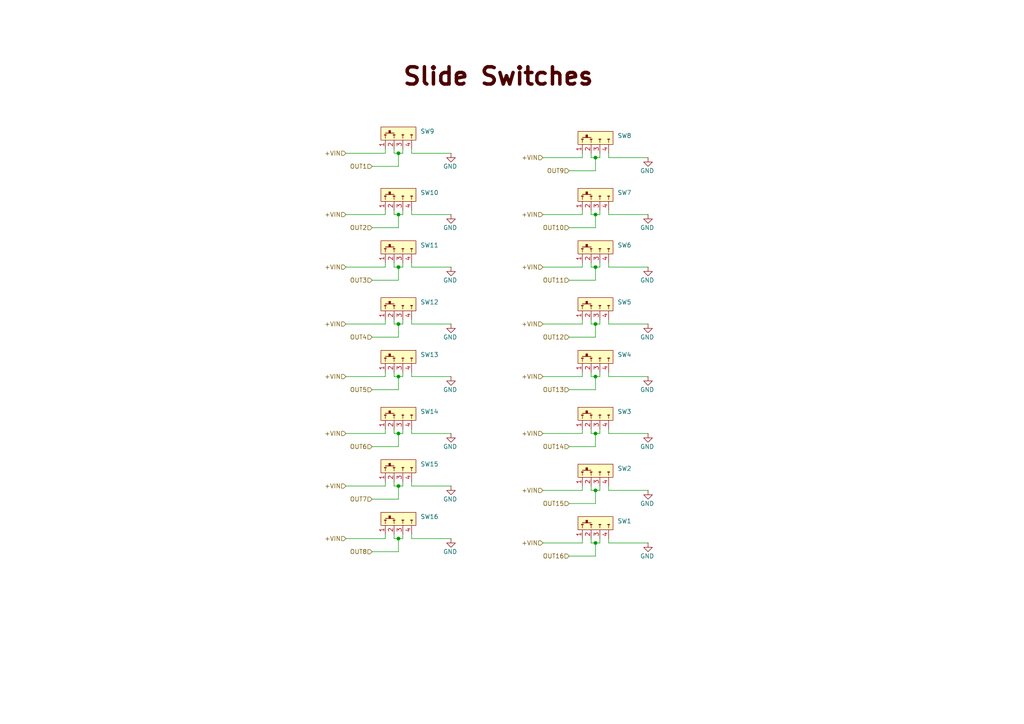
<source format=kicad_sch>
(kicad_sch (version 20250114) (generator "eeschema") (generator_version "9.0")
  (paper "A4")
  (title_block (title "Control Unit Tester") (date "2025-06-17") (comment 1 "Slide Switches"))
  (lib_symbols
    (symbol "My_Libraries:SLIDE_SWITCH_SP3T" (pin_names (hide yes))
      (property "Reference" "SW" (at -0.762 4.826 0))
      (symbol "SLIDE_SWITCH_SP3T_1_1"
        (rectangle (start -6.35 3.81) (end 3.81 0) (fill (type color) (color 255 255 194 1)))
        (polyline (pts (xy -5.08 2.032) (xy -2.54 2.032)) (stroke (width 0.2)))
        (polyline (pts (xy -5.08 0.508) (xy -5.08 1.524)))
        (polyline (pts (xy -4.826 1.524) (xy -5.334 1.524)) (stroke (width 0.3)))
        (polyline (pts (xy -4.064 2.032) (xy -4.064 2.794) (xy -3.556 2.794) (xy -3.556 2.032) (xy -4.064 2.032)) (fill (type outline)))
        (polyline (pts (xy -2.54 0.508) (xy -2.54 1.524)))
        (polyline (pts (xy -2.286 1.524) (xy -2.794 1.524)) (stroke (width 0.3)))
        (polyline (pts (xy 0 0.508) (xy 0 1.524)))
        (polyline (pts (xy 0.254 1.524) (xy -0.254 1.524)) (stroke (width 0.3)))
        (polyline (pts (xy 2.54 0.508) (xy 2.54 1.524)))
        (polyline (pts (xy 2.794 1.524) (xy 2.286 1.524)) (stroke (width 0.3)))
        (pin passive line (at -5.08 -2.54 90) (length 2.54) (name "1") (number "1"))
        (pin passive line (at -2.54 -2.54 90) (length 2.54) (name "2") (number "2"))
        (pin passive line (at 0 -2.54 90) (length 2.54) (name "3") (number "3"))
        (pin passive line (at 2.54 -2.54 90) (length 2.54) (name "4") (number "4"))
      )
    )
    (symbol "power:GND" (power) (pin_numbers (hide yes)) (pin_names (offset 0) (hide yes))
      (property "Value" "GND" (at 0 -3.81 0))
      (symbol "GND_0_1"
        (polyline (pts (xy 0 0) (xy 0 -1.27) (xy 1.27 -1.27) (xy 0 -2.54) (xy -1.27 -1.27) (xy 0 -1.27)))
      )
      (symbol "GND_1_1"
        (pin power_in line (at 0 0 270) (length 0) (name "~") (number "1"))
      )
    )
  )
  (text "Slide Switches" (at 144.526 22.352 0) (effects (font (size 5 5) (thickness 1) (bold yes))))
  (junction (at 115.57 77.47))
  (junction (at 115.57 140.97))
  (junction (at 172.72 77.47))
  (junction (at 115.57 156.21))
  (junction (at 172.72 109.22))
  (junction (at 115.57 62.23))
  (junction (at 115.57 93.98))
  (junction (at 172.72 142.24))
  (junction (at 172.72 62.23))
  (junction (at 172.72 125.73))
  (junction (at 172.72 45.72))
  (junction (at 115.57 125.73))
  (junction (at 115.57 109.22))
  (junction (at 172.72 157.48))
  (junction (at 172.72 93.98))
  (junction (at 115.57 44.45))
  (wire (pts (xy 171.45 124.46) (xy 171.45 125.73)))
  (wire (pts (xy 116.84 43.18) (xy 116.84 44.45)))
  (wire (pts (xy 115.57 62.23) (xy 116.84 62.23)))
  (wire (pts (xy 107.95 48.26) (xy 115.57 48.26)))
  (wire (pts (xy 173.99 156.21) (xy 173.99 157.48)))
  (wire (pts (xy 107.95 113.03) (xy 115.57 113.03)))
  (wire (pts (xy 172.72 157.48) (xy 172.72 161.29)))
  (wire (pts (xy 114.3 62.23) (xy 115.57 62.23)))
  (wire (pts (xy 165.1 81.28) (xy 172.72 81.28)))
  (wire (pts (xy 168.91 124.46) (xy 168.91 125.73)))
  (wire (pts (xy 111.76 154.94) (xy 111.76 156.21)))
  (wire (pts (xy 115.57 109.22) (xy 116.84 109.22)))
  (wire (pts (xy 119.38 77.47) (xy 130.81 77.47)))
  (wire (pts (xy 172.72 93.98) (xy 173.99 93.98)))
  (wire (pts (xy 114.3 44.45) (xy 115.57 44.45)))
  (wire (pts (xy 176.53 107.95) (xy 176.53 109.22)))
  (wire (pts (xy 173.99 140.97) (xy 173.99 142.24)))
  (wire (pts (xy 172.72 77.47) (xy 172.72 81.28)))
  (wire (pts (xy 171.45 93.98) (xy 172.72 93.98)))
  (wire (pts (xy 176.53 93.98) (xy 187.96 93.98)))
  (wire (pts (xy 100.33 44.45) (xy 111.76 44.45)))
  (wire (pts (xy 172.72 62.23) (xy 172.72 66.04)))
  (wire (pts (xy 171.45 92.71) (xy 171.45 93.98)))
  (wire (pts (xy 171.45 142.24) (xy 172.72 142.24)))
  (wire (pts (xy 176.53 76.2) (xy 176.53 77.47)))
  (wire (pts (xy 165.1 49.53) (xy 172.72 49.53)))
  (wire (pts (xy 173.99 44.45) (xy 173.99 45.72)))
  (wire (pts (xy 172.72 125.73) (xy 173.99 125.73)))
  (wire (pts (xy 176.53 45.72) (xy 187.96 45.72)))
  (wire (pts (xy 168.91 107.95) (xy 168.91 109.22)))
  (wire (pts (xy 173.99 124.46) (xy 173.99 125.73)))
  (wire (pts (xy 157.48 93.98) (xy 168.91 93.98)))
  (wire (pts (xy 115.57 125.73) (xy 115.57 129.54)))
  (wire (pts (xy 115.57 125.73) (xy 116.84 125.73)))
  (wire (pts (xy 173.99 107.95) (xy 173.99 109.22)))
  (wire (pts (xy 119.38 139.7) (xy 119.38 140.97)))
  (wire (pts (xy 171.45 60.96) (xy 171.45 62.23)))
  (wire (pts (xy 176.53 44.45) (xy 176.53 45.72)))
  (wire (pts (xy 116.84 139.7) (xy 116.84 140.97)))
  (wire (pts (xy 116.84 154.94) (xy 116.84 156.21)))
  (wire (pts (xy 116.84 124.46) (xy 116.84 125.73)))
  (wire (pts (xy 111.76 43.18) (xy 111.76 44.45)))
  (wire (pts (xy 171.45 157.48) (xy 172.72 157.48)))
  (wire (pts (xy 176.53 109.22) (xy 187.96 109.22)))
  (wire (pts (xy 168.91 92.71) (xy 168.91 93.98)))
  (wire (pts (xy 107.95 66.04) (xy 115.57 66.04)))
  (wire (pts (xy 114.3 139.7) (xy 114.3 140.97)))
  (wire (pts (xy 111.76 76.2) (xy 111.76 77.47)))
  (wire (pts (xy 173.99 76.2) (xy 173.99 77.47)))
  (wire (pts (xy 100.33 109.22) (xy 111.76 109.22)))
  (wire (pts (xy 119.38 60.96) (xy 119.38 62.23)))
  (wire (pts (xy 172.72 62.23) (xy 173.99 62.23)))
  (wire (pts (xy 176.53 62.23) (xy 187.96 62.23)))
  (wire (pts (xy 100.33 140.97) (xy 111.76 140.97)))
  (wire (pts (xy 115.57 62.23) (xy 115.57 66.04)))
  (wire (pts (xy 100.33 77.47) (xy 111.76 77.47)))
  (wire (pts (xy 114.3 77.47) (xy 115.57 77.47)))
  (wire (pts (xy 115.57 44.45) (xy 115.57 48.26)))
  (wire (pts (xy 107.95 144.78) (xy 115.57 144.78)))
  (wire (pts (xy 171.45 140.97) (xy 171.45 142.24)))
  (wire (pts (xy 119.38 156.21) (xy 130.81 156.21)))
  (wire (pts (xy 115.57 156.21) (xy 116.84 156.21)))
  (wire (pts (xy 165.1 146.05) (xy 172.72 146.05)))
  (wire (pts (xy 119.38 124.46) (xy 119.38 125.73)))
  (wire (pts (xy 119.38 43.18) (xy 119.38 44.45)))
  (wire (pts (xy 157.48 125.73) (xy 168.91 125.73)))
  (wire (pts (xy 157.48 109.22) (xy 168.91 109.22)))
  (wire (pts (xy 115.57 140.97) (xy 115.57 144.78)))
  (wire (pts (xy 172.72 45.72) (xy 172.72 49.53)))
  (wire (pts (xy 157.48 45.72) (xy 168.91 45.72)))
  (wire (pts (xy 171.45 109.22) (xy 172.72 109.22)))
  (wire (pts (xy 119.38 93.98) (xy 130.81 93.98)))
  (wire (pts (xy 111.76 60.96) (xy 111.76 62.23)))
  (wire (pts (xy 171.45 107.95) (xy 171.45 109.22)))
  (wire (pts (xy 176.53 125.73) (xy 187.96 125.73)))
  (wire (pts (xy 111.76 92.71) (xy 111.76 93.98)))
  (wire (pts (xy 114.3 92.71) (xy 114.3 93.98)))
  (wire (pts (xy 173.99 92.71) (xy 173.99 93.98)))
  (wire (pts (xy 171.45 125.73) (xy 172.72 125.73)))
  (wire (pts (xy 171.45 45.72) (xy 172.72 45.72)))
  (wire (pts (xy 172.72 45.72) (xy 173.99 45.72)))
  (wire (pts (xy 107.95 160.02) (xy 115.57 160.02)))
  (wire (pts (xy 116.84 92.71) (xy 116.84 93.98)))
  (wire (pts (xy 100.33 62.23) (xy 111.76 62.23)))
  (wire (pts (xy 172.72 77.47) (xy 173.99 77.47)))
  (wire (pts (xy 116.84 60.96) (xy 116.84 62.23)))
  (wire (pts (xy 116.84 76.2) (xy 116.84 77.47)))
  (wire (pts (xy 157.48 142.24) (xy 168.91 142.24)))
  (wire (pts (xy 172.72 109.22) (xy 172.72 113.03)))
  (wire (pts (xy 171.45 156.21) (xy 171.45 157.48)))
  (wire (pts (xy 114.3 124.46) (xy 114.3 125.73)))
  (wire (pts (xy 176.53 60.96) (xy 176.53 62.23)))
  (wire (pts (xy 119.38 62.23) (xy 130.81 62.23)))
  (wire (pts (xy 176.53 157.48) (xy 187.96 157.48)))
  (wire (pts (xy 107.95 81.28) (xy 115.57 81.28)))
  (wire (pts (xy 115.57 93.98) (xy 116.84 93.98)))
  (wire (pts (xy 119.38 154.94) (xy 119.38 156.21)))
  (wire (pts (xy 172.72 93.98) (xy 172.72 97.79)))
  (wire (pts (xy 100.33 93.98) (xy 111.76 93.98)))
  (wire (pts (xy 114.3 93.98) (xy 115.57 93.98)))
  (wire (pts (xy 119.38 125.73) (xy 130.81 125.73)))
  (wire (pts (xy 168.91 156.21) (xy 168.91 157.48)))
  (wire (pts (xy 168.91 60.96) (xy 168.91 62.23)))
  (wire (pts (xy 165.1 66.04) (xy 172.72 66.04)))
  (wire (pts (xy 115.57 77.47) (xy 116.84 77.47)))
  (wire (pts (xy 111.76 107.95) (xy 111.76 109.22)))
  (wire (pts (xy 165.1 129.54) (xy 172.72 129.54)))
  (wire (pts (xy 114.3 125.73) (xy 115.57 125.73)))
  (wire (pts (xy 115.57 109.22) (xy 115.57 113.03)))
  (wire (pts (xy 114.3 107.95) (xy 114.3 109.22)))
  (wire (pts (xy 168.91 44.45) (xy 168.91 45.72)))
  (wire (pts (xy 115.57 140.97) (xy 116.84 140.97)))
  (wire (pts (xy 165.1 113.03) (xy 172.72 113.03)))
  (wire (pts (xy 171.45 76.2) (xy 171.45 77.47)))
  (wire (pts (xy 172.72 109.22) (xy 173.99 109.22)))
  (wire (pts (xy 115.57 156.21) (xy 115.57 160.02)))
  (wire (pts (xy 107.95 129.54) (xy 115.57 129.54)))
  (wire (pts (xy 157.48 62.23) (xy 168.91 62.23)))
  (wire (pts (xy 172.72 125.73) (xy 172.72 129.54)))
  (wire (pts (xy 172.72 157.48) (xy 173.99 157.48)))
  (wire (pts (xy 171.45 77.47) (xy 172.72 77.47)))
  (wire (pts (xy 100.33 125.73) (xy 111.76 125.73)))
  (wire (pts (xy 119.38 140.97) (xy 130.81 140.97)))
  (wire (pts (xy 116.84 107.95) (xy 116.84 109.22)))
  (wire (pts (xy 115.57 93.98) (xy 115.57 97.79)))
  (wire (pts (xy 157.48 157.48) (xy 168.91 157.48)))
  (wire (pts (xy 114.3 156.21) (xy 115.57 156.21)))
  (wire (pts (xy 111.76 124.46) (xy 111.76 125.73)))
  (wire (pts (xy 119.38 107.95) (xy 119.38 109.22)))
  (wire (pts (xy 107.95 97.79) (xy 115.57 97.79)))
  (wire (pts (xy 111.76 139.7) (xy 111.76 140.97)))
  (wire (pts (xy 114.3 76.2) (xy 114.3 77.47)))
  (wire (pts (xy 173.99 60.96) (xy 173.99 62.23)))
  (wire (pts (xy 172.72 142.24) (xy 172.72 146.05)))
  (wire (pts (xy 176.53 142.24) (xy 187.96 142.24)))
  (wire (pts (xy 119.38 44.45) (xy 130.81 44.45)))
  (wire (pts (xy 119.38 76.2) (xy 119.38 77.47)))
  (wire (pts (xy 168.91 140.97) (xy 168.91 142.24)))
  (wire (pts (xy 119.38 109.22) (xy 130.81 109.22)))
  (wire (pts (xy 100.33 156.21) (xy 111.76 156.21)))
  (wire (pts (xy 176.53 156.21) (xy 176.53 157.48)))
  (wire (pts (xy 168.91 76.2) (xy 168.91 77.47)))
  (wire (pts (xy 114.3 109.22) (xy 115.57 109.22)))
  (wire (pts (xy 176.53 140.97) (xy 176.53 142.24)))
  (wire (pts (xy 114.3 60.96) (xy 114.3 62.23)))
  (wire (pts (xy 119.38 92.71) (xy 119.38 93.98)))
  (wire (pts (xy 165.1 97.79) (xy 172.72 97.79)))
  (wire (pts (xy 176.53 92.71) (xy 176.53 93.98)))
  (wire (pts (xy 115.57 77.47) (xy 115.57 81.28)))
  (wire (pts (xy 114.3 140.97) (xy 115.57 140.97)))
  (wire (pts (xy 172.72 142.24) (xy 173.99 142.24)))
  (wire (pts (xy 115.57 44.45) (xy 116.84 44.45)))
  (wire (pts (xy 114.3 154.94) (xy 114.3 156.21)))
  (wire (pts (xy 176.53 77.47) (xy 187.96 77.47)))
  (wire (pts (xy 114.3 43.18) (xy 114.3 44.45)))
  (wire (pts (xy 165.1 161.29) (xy 172.72 161.29)))
  (wire (pts (xy 171.45 62.23) (xy 172.72 62.23)))
  (wire (pts (xy 157.48 77.47) (xy 168.91 77.47)))
  (wire (pts (xy 176.53 124.46) (xy 176.53 125.73)))
  (wire (pts (xy 171.45 44.45) (xy 171.45 45.72)))
  (hierarchical_label "+VIN" (shape input) (at 157.48 157.48 180))
  (hierarchical_label "+VIN" (shape input) (at 157.48 77.47 180))
  (hierarchical_label "+VIN" (shape input) (at 157.48 125.73 180))
  (hierarchical_label "OUT5" (shape input) (at 107.95 113.03 180))
  (hierarchical_label "OUT15" (shape input) (at 165.1 146.05 180))
  (hierarchical_label "OUT7" (shape input) (at 107.95 144.78 180))
  (hierarchical_label "+VIN" (shape input) (at 100.33 62.23 180))
  (hierarchical_label "OUT12" (shape input) (at 165.1 97.79 180))
  (hierarchical_label "OUT1" (shape input) (at 107.95 48.26 180))
  (hierarchical_label "OUT9" (shape input) (at 165.1 49.53 180))
  (hierarchical_label "OUT16" (shape input) (at 165.1 161.29 180))
  (hierarchical_label "+VIN" (shape input) (at 157.48 109.22 180))
  (hierarchical_label "+VIN" (shape input) (at 100.33 44.45 180))
  (hierarchical_label "OUT6" (shape input) (at 107.95 129.54 180))
  (hierarchical_label "+VIN" (shape input) (at 100.33 156.21 180))
  (hierarchical_label "+VIN" (shape input) (at 100.33 109.22 180))
  (hierarchical_label "OUT4" (shape input) (at 107.95 97.79 180))
  (hierarchical_label "+VIN" (shape input) (at 100.33 140.97 180))
  (hierarchical_label "OUT13" (shape input) (at 165.1 113.03 180))
  (hierarchical_label "OUT11" (shape input) (at 165.1 81.28 180))
  (hierarchical_label "OUT8" (shape input) (at 107.95 160.02 180))
  (hierarchical_label "+VIN" (shape input) (at 157.48 93.98 180))
  (hierarchical_label "OUT10" (shape input) (at 165.1 66.04 180))
  (hierarchical_label "+VIN" (shape input) (at 100.33 93.98 180))
  (hierarchical_label "+VIN" (shape input) (at 100.33 77.47 180))
  (hierarchical_label "OUT2" (shape input) (at 107.95 66.04 180))
  (hierarchical_label "+VIN" (shape input) (at 100.33 125.73 180))
  (hierarchical_label "OUT3" (shape input) (at 107.95 81.28 180))
  (hierarchical_label "OUT14" (shape input) (at 165.1 129.54 180))
  (hierarchical_label "+VIN" (shape input) (at 157.48 142.24 180))
  (hierarchical_label "+VIN" (shape input) (at 157.48 45.72 180))
  (hierarchical_label "+VIN" (shape input) (at 157.48 62.23 180))
  (symbol (lib_id "power:GND") (at 130.81 156.21 0) (unit 1)
    (property "Reference" "#PWR0135" (effects (hide yes)))
    (property "Value" "GND" (at 130.556 160.02 0))
    (property "Description" "Power symbol creates a global label with name \"GND\" , ground" (effects (hide yes)))
    (instances (project "control_unit_tester" (path "" (reference "#PWR019") (unit 1))) (project "vehicle_io_validator" (path "" (reference "#PWR0135") (unit 1))))
  )
  (symbol (lib_id "power:GND") (at 130.81 125.73 0) (unit 1)
    (property "Reference" "#PWR0134" (effects (hide yes)))
    (property "Value" "GND" (at 130.556 129.54 0))
    (property "Description" "Power symbol creates a global label with name \"GND\" , ground" (effects (hide yes)))
    (instances (project "control_unit_tester" (path "" (reference "#PWR017") (unit 1))) (project "vehicle_io_validator" (path "" (reference "#PWR0134") (unit 1))))
  )
  (symbol (lib_id "My_Libraries:SLIDE_SWITCH_SP3T") (at 173.99 73.66 0) (unit 1)
    (property "Reference" "SW6" (at 179.07 71.1199 0) (effects (justify left)))
    (property "Footprint" "My_Footprints:SLW-156646-5A-N-D" (effects (hide yes)))
    (property "Description" "Slide switch 4 positions SP3T" (effects (hide yes)))
    (property "PartID" "999" (effects (hide yes)))
  )
  (symbol (lib_id "power:GND") (at 130.81 93.98 0) (unit 1)
    (property "Reference" "#PWR0138" (effects (hide yes)))
    (property "Value" "GND" (at 130.556 97.79 0))
    (property "Description" "Power symbol creates a global label with name \"GND\" , ground" (effects (hide yes)))
    (instances (project "control_unit_tester" (path "" (reference "#PWR015") (unit 1))) (project "vehicle_io_validator" (path "" (reference "#PWR0138") (unit 1))))
  )
  (symbol (lib_id "power:GND") (at 187.96 62.23 0) (unit 1)
    (property "Reference" "#PWR0154" (effects (hide yes)))
    (property "Value" "GND" (at 187.706 66.04 0))
    (property "Description" "Power symbol creates a global label with name \"GND\" , ground" (effects (hide yes)))
    (instances (project "control_unit_tester" (path "" (reference "#PWR021") (unit 1))) (project "vehicle_io_validator" (path "" (reference "#PWR0154") (unit 1))))
  )
  (symbol (lib_id "My_Libraries:SLIDE_SWITCH_SP3T") (at 173.99 58.42 0) (unit 1)
    (property "Reference" "SW7" (at 179.07 55.8799 0) (effects (justify left)))
    (property "Footprint" "My_Footprints:SLW-156646-5A-N-D" (effects (hide yes)))
    (property "Description" "Slide switch 4 positions SP3T" (effects (hide yes)))
    (property "PartID" "999" (effects (hide yes)))
  )
  (symbol (lib_id "power:GND") (at 187.96 157.48 0) (unit 1)
    (property "Reference" "#PWR0139" (effects (hide yes)))
    (property "Value" "GND" (at 187.706 161.29 0))
    (property "Description" "Power symbol creates a global label with name \"GND\" , ground" (effects (hide yes)))
    (instances (project "control_unit_tester" (path "" (reference "#PWR027") (unit 1))) (project "vehicle_io_validator" (path "" (reference "#PWR0139") (unit 1))))
  )
  (symbol (lib_id "power:GND") (at 130.81 62.23 0) (unit 1)
    (property "Reference" "#PWR0143" (effects (hide yes)))
    (property "Value" "GND" (at 130.556 66.04 0))
    (property "Description" "Power symbol creates a global label with name \"GND\" , ground" (effects (hide yes)))
    (instances (project "control_unit_tester" (path "" (reference "#PWR013") (unit 1))) (project "vehicle_io_validator" (path "" (reference "#PWR0143") (unit 1))))
  )
  (symbol (lib_id "My_Libraries:SLIDE_SWITCH_SP3T") (at 116.84 105.41 0) (unit 1)
    (property "Reference" "SW13" (at 121.92 102.8699 0) (effects (justify left)))
    (property "Footprint" "My_Footprints:SLW-156646-5A-N-D" (effects (hide yes)))
    (property "Description" "Slide switch 4 positions SP3T" (effects (hide yes)))
    (property "PartID" "999" (effects (hide yes)))
  )
  (symbol (lib_id "My_Libraries:SLIDE_SWITCH_SP3T") (at 116.84 40.64 0) (unit 1)
    (property "Reference" "SW9" (at 121.92 38.0999 0) (effects (justify left)))
    (property "Footprint" "My_Footprints:SLW-156646-5A-N-D" (effects (hide yes)))
    (property "Description" "Slide switch 4 positions SP3T" (effects (hide yes)))
    (property "PartID" "999" (effects (hide yes)))
  )
  (symbol (lib_id "power:GND") (at 130.81 140.97 0) (unit 1)
    (property "Reference" "#PWR0133" (effects (hide yes)))
    (property "Value" "GND" (at 130.556 144.78 0))
    (property "Description" "Power symbol creates a global label with name \"GND\" , ground" (effects (hide yes)))
    (instances (project "control_unit_tester" (path "" (reference "#PWR018") (unit 1))) (project "vehicle_io_validator" (path "" (reference "#PWR0133") (unit 1))))
  )
  (symbol (lib_id "power:GND") (at 187.96 142.24 0) (unit 1)
    (property "Reference" "#PWR0141" (effects (hide yes)))
    (property "Value" "GND" (at 187.706 146.05 0))
    (property "Description" "Power symbol creates a global label with name \"GND\" , ground" (effects (hide yes)))
    (instances (project "control_unit_tester" (path "" (reference "#PWR026") (unit 1))) (project "vehicle_io_validator" (path "" (reference "#PWR0141") (unit 1))))
  )
  (symbol (lib_id "power:GND") (at 187.96 109.22 0) (unit 1)
    (property "Reference" "#PWR0158" (effects (hide yes)))
    (property "Value" "GND" (at 187.706 113.03 0))
    (property "Description" "Power symbol creates a global label with name \"GND\" , ground" (effects (hide yes)))
    (instances (project "control_unit_tester" (path "" (reference "#PWR024") (unit 1))) (project "vehicle_io_validator" (path "" (reference "#PWR0158") (unit 1))))
  )
  (symbol (lib_id "My_Libraries:SLIDE_SWITCH_SP3T") (at 173.99 121.92 0) (unit 1)
    (property "Reference" "SW3" (at 179.07 119.3799 0) (effects (justify left)))
    (property "Footprint" "My_Footprints:SLW-156646-5A-N-D" (effects (hide yes)))
    (property "Description" "Slide switch 4 positions SP3T" (effects (hide yes)))
    (property "PartID" "999" (effects (hide yes)))
  )
  (symbol (lib_id "power:GND") (at 187.96 93.98 0) (unit 1)
    (property "Reference" "#PWR0157" (effects (hide yes)))
    (property "Value" "GND" (at 187.706 97.79 0))
    (property "Description" "Power symbol creates a global label with name \"GND\" , ground" (effects (hide yes)))
    (instances (project "control_unit_tester" (path "" (reference "#PWR023") (unit 1))) (project "vehicle_io_validator" (path "" (reference "#PWR0157") (unit 1))))
  )
  (symbol (lib_id "power:GND") (at 187.96 77.47 0) (unit 1)
    (property "Reference" "#PWR0156" (effects (hide yes)))
    (property "Value" "GND" (at 187.706 81.28 0))
    (property "Description" "Power symbol creates a global label with name \"GND\" , ground" (effects (hide yes)))
    (instances (project "control_unit_tester" (path "" (reference "#PWR022") (unit 1))) (project "vehicle_io_validator" (path "" (reference "#PWR0156") (unit 1))))
  )
  (symbol (lib_id "My_Libraries:SLIDE_SWITCH_SP3T") (at 173.99 153.67 0) (unit 1)
    (property "Reference" "SW1" (at 179.07 151.1299 0) (effects (justify left)))
    (property "Footprint" "My_Footprints:SLW-156646-5A-N-D" (effects (hide yes)))
    (property "Description" "Slide switch 4 positions SP3T" (effects (hide yes)))
    (property "PartID" "999" (effects (hide yes)))
  )
  (symbol (lib_id "My_Libraries:SLIDE_SWITCH_SP3T") (at 173.99 105.41 0) (unit 1)
    (property "Reference" "SW4" (at 179.07 102.8699 0) (effects (justify left)))
    (property "Footprint" "My_Footprints:SLW-156646-5A-N-D" (effects (hide yes)))
    (property "Description" "Slide switch 4 positions SP3T" (effects (hide yes)))
    (property "PartID" "999" (effects (hide yes)))
  )
  (symbol (lib_id "power:GND") (at 130.81 109.22 0) (unit 1)
    (property "Reference" "#PWR0137" (effects (hide yes)))
    (property "Value" "GND" (at 130.556 113.03 0))
    (property "Description" "Power symbol creates a global label with name \"GND\" , ground" (effects (hide yes)))
    (instances (project "control_unit_tester" (path "" (reference "#PWR016") (unit 1))) (project "vehicle_io_validator" (path "" (reference "#PWR0137") (unit 1))))
  )
  (symbol (lib_id "power:GND") (at 187.96 125.73 0) (unit 1)
    (property "Reference" "#PWR0140" (effects (hide yes)))
    (property "Value" "GND" (at 187.706 129.54 0))
    (property "Description" "Power symbol creates a global label with name \"GND\" , ground" (effects (hide yes)))
    (instances (project "control_unit_tester" (path "" (reference "#PWR025") (unit 1))) (project "vehicle_io_validator" (path "" (reference "#PWR0140") (unit 1))))
  )
  (symbol (lib_id "My_Libraries:SLIDE_SWITCH_SP3T") (at 116.84 152.4 0) (unit 1)
    (property "Reference" "SW16" (at 121.92 149.8599 0) (effects (justify left)))
    (property "Footprint" "My_Footprints:SLW-156646-5A-N-D" (effects (hide yes)))
    (property "Description" "Slide switch 4 positions SP3T" (effects (hide yes)))
    (property "PartID" "999" (effects (hide yes)))
  )
  (symbol (lib_id "My_Libraries:SLIDE_SWITCH_SP3T") (at 116.84 121.92 0) (unit 1)
    (property "Reference" "SW14" (at 121.92 119.3799 0) (effects (justify left)))
    (property "Footprint" "My_Footprints:SLW-156646-5A-N-D" (effects (hide yes)))
    (property "Description" "Slide switch 4 positions SP3T" (effects (hide yes)))
    (property "PartID" "999" (effects (hide yes)))
  )
  (symbol (lib_id "My_Libraries:SLIDE_SWITCH_SP3T") (at 116.84 90.17 0) (unit 1)
    (property "Reference" "SW12" (at 121.92 87.6299 0) (effects (justify left)))
    (property "Footprint" "My_Footprints:SLW-156646-5A-N-D" (effects (hide yes)))
    (property "Description" "Slide switch 4 positions SP3T" (effects (hide yes)))
    (property "PartID" "999" (effects (hide yes)))
  )
  (symbol (lib_id "power:GND") (at 187.96 45.72 0) (unit 1)
    (property "Reference" "#PWR0155" (effects (hide yes)))
    (property "Value" "GND" (at 187.706 49.53 0))
    (property "Description" "Power symbol creates a global label with name \"GND\" , ground" (effects (hide yes)))
    (instances (project "control_unit_tester" (path "" (reference "#PWR020") (unit 1))) (project "vehicle_io_validator" (path "" (reference "#PWR0155") (unit 1))))
  )
  (symbol (lib_id "power:GND") (at 130.81 44.45 0) (unit 1)
    (property "Reference" "#PWR0142" (effects (hide yes)))
    (property "Value" "GND" (at 130.556 48.26 0))
    (property "Description" "Power symbol creates a global label with name \"GND\" , ground" (effects (hide yes)))
    (instances (project "control_unit_tester" (path "" (reference "#PWR012") (unit 1))) (project "vehicle_io_validator" (path "" (reference "#PWR0142") (unit 1))))
  )
  (symbol (lib_id "My_Libraries:SLIDE_SWITCH_SP3T") (at 173.99 138.43 0) (unit 1)
    (property "Reference" "SW2" (at 179.07 135.8899 0) (effects (justify left)))
    (property "Footprint" "My_Footprints:SLW-156646-5A-N-D" (effects (hide yes)))
    (property "Description" "Slide switch 4 positions SP3T" (effects (hide yes)))
    (property "PartID" "999" (effects (hide yes)))
  )
  (symbol (lib_id "My_Libraries:SLIDE_SWITCH_SP3T") (at 173.99 41.91 0) (unit 1)
    (property "Reference" "SW8" (at 179.07 39.3699 0) (effects (justify left)))
    (property "Footprint" "My_Footprints:SLW-156646-5A-N-D" (effects (hide yes)))
    (property "Description" "Slide switch 4 positions SP3T" (effects (hide yes)))
    (property "PartID" "999" (effects (hide yes)))
  )
  (symbol (lib_id "My_Libraries:SLIDE_SWITCH_SP3T") (at 116.84 73.66 0) (unit 1)
    (property "Reference" "SW11" (at 121.92 71.1199 0) (effects (justify left)))
    (property "Footprint" "My_Footprints:SLW-156646-5A-N-D" (effects (hide yes)))
    (property "Description" "Slide switch 4 positions SP3T" (effects (hide yes)))
    (property "PartID" "999" (effects (hide yes)))
  )
  (symbol (lib_id "My_Libraries:SLIDE_SWITCH_SP3T") (at 116.84 58.42 0) (unit 1)
    (property "Reference" "SW10" (at 121.92 55.8799 0) (effects (justify left)))
    (property "Footprint" "My_Footprints:SLW-156646-5A-N-D" (effects (hide yes)))
    (property "Description" "Slide switch 4 positions SP3T" (effects (hide yes)))
    (property "PartID" "999" (effects (hide yes)))
  )
  (symbol (lib_id "My_Libraries:SLIDE_SWITCH_SP3T") (at 173.99 90.17 0) (unit 1)
    (property "Reference" "SW5" (at 179.07 87.6299 0) (effects (justify left)))
    (property "Footprint" "My_Footprints:SLW-156646-5A-N-D" (effects (hide yes)))
    (property "Description" "Slide switch 4 positions SP3T" (effects (hide yes)))
    (property "PartID" "999" (effects (hide yes)))
  )
  (symbol (lib_id "power:GND") (at 130.81 77.47 0) (unit 1)
    (property "Reference" "#PWR0136" (effects (hide yes)))
    (property "Value" "GND" (at 130.556 81.28 0))
    (property "Description" "Power symbol creates a global label with name \"GND\" , ground" (effects (hide yes)))
    (instances (project "control_unit_tester" (path "" (reference "#PWR014") (unit 1))) (project "vehicle_io_validator" (path "" (reference "#PWR0136") (unit 1))))
  )
  (symbol (lib_id "My_Libraries:SLIDE_SWITCH_SP3T") (at 116.84 137.16 0) (unit 1)
    (property "Reference" "SW15" (at 121.92 134.6199 0) (effects (justify left)))
    (property "Footprint" "My_Footprints:SLW-156646-5A-N-D" (effects (hide yes)))
    (property "Description" "Slide switch 4 positions SP3T" (effects (hide yes)))
    (property "PartID" "999" (effects (hide yes)))
  )
)
</source>
